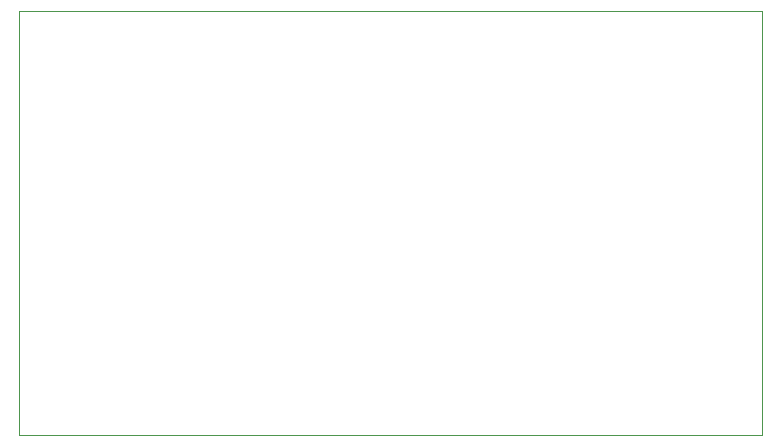
<source format=gm1>
%TF.GenerationSoftware,KiCad,Pcbnew,(5.1.8)-1*%
%TF.CreationDate,2021-01-24T12:06:26-05:00*%
%TF.ProjectId,TTS,5454532e-6b69-4636-9164-5f7063625858,rev?*%
%TF.SameCoordinates,Original*%
%TF.FileFunction,Profile,NP*%
%FSLAX46Y46*%
G04 Gerber Fmt 4.6, Leading zero omitted, Abs format (unit mm)*
G04 Created by KiCad (PCBNEW (5.1.8)-1) date 2021-01-24 12:06:26*
%MOMM*%
%LPD*%
G01*
G04 APERTURE LIST*
%TA.AperFunction,Profile*%
%ADD10C,0.050000*%
%TD*%
G04 APERTURE END LIST*
D10*
X27762200Y-31445200D02*
X27736800Y-67386200D01*
X90622400Y-31445200D02*
X27762200Y-31445200D01*
X27736800Y-67386200D02*
X90622400Y-67383600D01*
X90622400Y-31445200D02*
X90622400Y-67383600D01*
M02*

</source>
